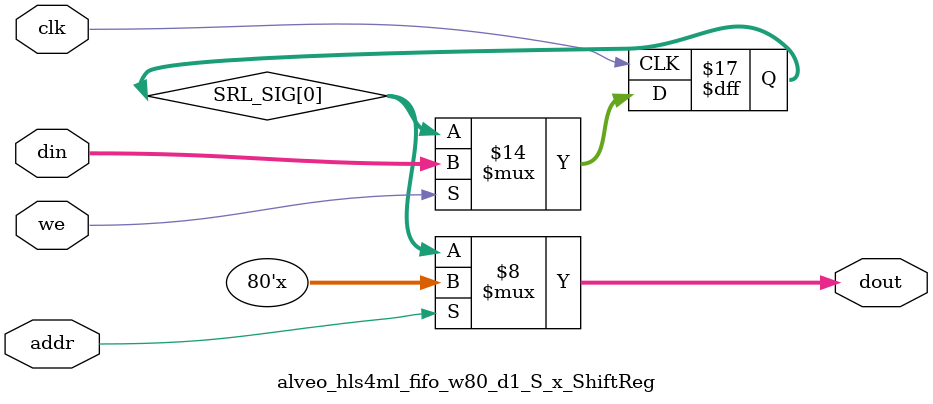
<source format=v>

`timescale 1 ns / 1 ps

module alveo_hls4ml_fifo_w80_d1_S_x
#(parameter
    MEM_STYLE   = "shiftReg",
    DATA_WIDTH  = 80,
    ADDR_WIDTH  = 1,
    DEPTH       = 1)
(
    // system signal
    input  wire                  clk,
    input  wire                  reset,

    // write
    output wire                  if_full_n,
    input  wire                  if_write_ce,
    input  wire                  if_write,
    input  wire [DATA_WIDTH-1:0] if_din,
    
    // read 
    output wire [ADDR_WIDTH:0]   if_num_data_valid, // for FRP
    output wire [ADDR_WIDTH:0]   if_fifo_cap,       // for FRP
    output wire                  if_empty_n,
    input  wire                  if_read_ce,
    input  wire                  if_read,
    output wire [DATA_WIDTH-1:0] if_dout
);
//------------------------Parameter----------------------

//------------------------Local signal-------------------
wire [ADDR_WIDTH-1:0] addr;
wire                  push;
wire                  pop;
reg signed [ADDR_WIDTH:0]   mOutPtr;
reg                   empty_n = 1'b0;
reg                   full_n  = 1'b1;
// with almost full?  no 
//------------------------Instantiation------------------
alveo_hls4ml_fifo_w80_d1_S_x_ShiftReg 
#(  .DATA_WIDTH (DATA_WIDTH),
    .ADDR_WIDTH (ADDR_WIDTH),
    .DEPTH      (DEPTH))
U_alveo_hls4ml_fifo_w80_d1_S_x_ShiftReg (
    .clk        (clk),
    .we         (push),
    .addr       (addr),
    .din        (if_din),
    .dout       (if_dout)
);
//------------------------Task and function--------------

//------------------------Body---------------------------
// has num_data_valid ? 
assign if_num_data_valid = mOutPtr + 1'b1; // yes
assign if_fifo_cap = DEPTH; // yes 

// has almost full ? 
assign if_full_n  = full_n; //no 
assign if_empty_n = empty_n;

assign push = (if_write & if_write_ce) & full_n;
assign pop  = (if_read & if_read_ce) & empty_n;
assign addr = mOutPtr[ADDR_WIDTH] == 1'b0 ? mOutPtr[ADDR_WIDTH-1:0]:{ADDR_WIDTH{1'b0}};

// full_n
always @(posedge clk ) begin
    if (reset == 1'b1)
        full_n <= 1'b1;
    else if (push & ~pop) begin
        if (mOutPtr == DEPTH - 2)
            full_n <= 1'b0;
    end
    else if (~push & pop)
        full_n <= 1'b1;
end

// almost_full_n 

// empty_n
always @(posedge clk ) begin
    if (reset == 1'b1)
        empty_n <= 1'b0;
    else if (push & ~pop)
        empty_n <= 1'b1;
    else if (~push & pop) begin
        if (mOutPtr == 0)
            empty_n <= 1'b0;
    end
end

// mOutPtr
always @(posedge clk ) begin
    if (reset == 1'b1)
        mOutPtr <= {ADDR_WIDTH+1{1'b1}};
    else if (push & ~pop)
        mOutPtr <= mOutPtr + 1'b1;
    else if (~push & pop)
        mOutPtr <= mOutPtr - 1'b1;
end

endmodule  


module alveo_hls4ml_fifo_w80_d1_S_x_ShiftReg
#(parameter
    DATA_WIDTH  = 80,
    ADDR_WIDTH  = 1,
    DEPTH       = 1)
(
    input  wire                  clk,
    input  wire                  we,
    input  wire [ADDR_WIDTH-1:0] addr,
    input  wire [DATA_WIDTH-1:0] din,
    output wire [DATA_WIDTH-1:0] dout
);

reg [DATA_WIDTH-1:0] SRL_SIG [0:DEPTH-1];
integer i;

always @ (posedge clk) begin
    if (we) begin
        for (i=0; i<DEPTH-1; i=i+1)
            SRL_SIG[i+1] <= SRL_SIG[i];
        SRL_SIG[0] <= din;
    end
end

assign dout = SRL_SIG[addr];

endmodule

</source>
